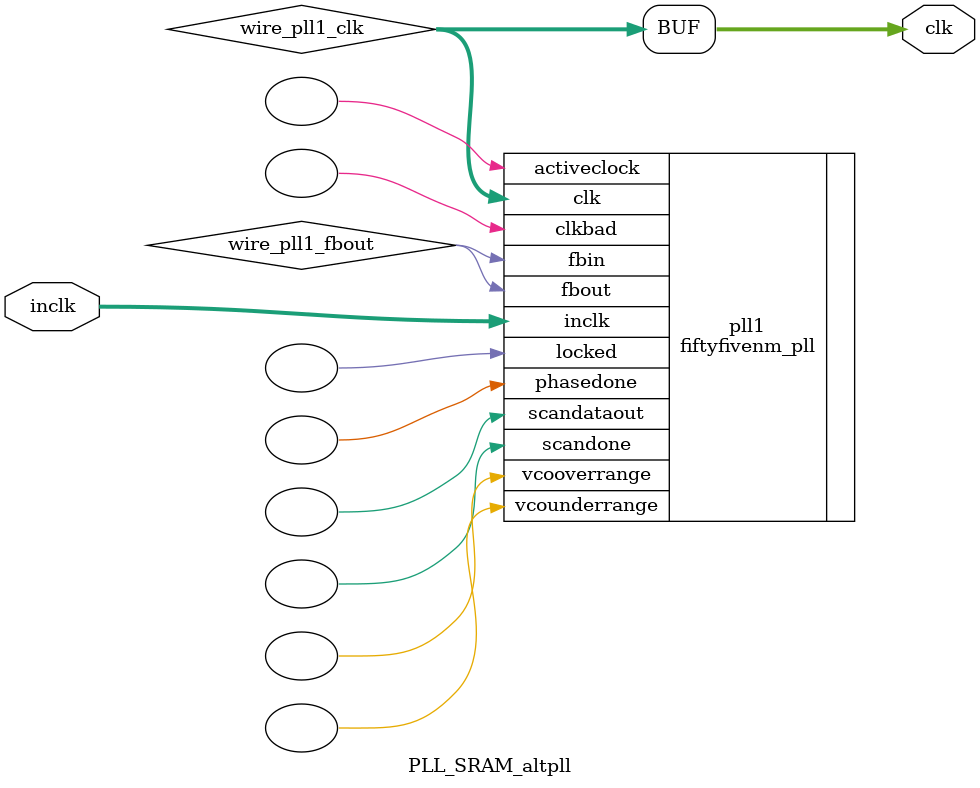
<source format=v>






//synthesis_resources = fiftyfivenm_pll 1 
//synopsys translate_off
`timescale 1 ps / 1 ps
//synopsys translate_on
module  PLL_SRAM_altpll
	( 
	clk,
	inclk) /* synthesis synthesis_clearbox=1 */;
	output   [4:0]  clk;
	input   [1:0]  inclk;
`ifndef ALTERA_RESERVED_QIS
// synopsys translate_off
`endif
	tri0   [1:0]  inclk;
`ifndef ALTERA_RESERVED_QIS
// synopsys translate_on
`endif

	wire  [4:0]   wire_pll1_clk;
	wire  wire_pll1_fbout;

	fiftyfivenm_pll   pll1
	( 
	.activeclock(),
	.clk(wire_pll1_clk),
	.clkbad(),
	.fbin(wire_pll1_fbout),
	.fbout(wire_pll1_fbout),
	.inclk(inclk),
	.locked(),
	.phasedone(),
	.scandataout(),
	.scandone(),
	.vcooverrange(),
	.vcounderrange()
	`ifndef FORMAL_VERIFICATION
	// synopsys translate_off
	`endif
	,
	.areset(1'b0),
	.clkswitch(1'b0),
	.configupdate(1'b0),
	.pfdena(1'b1),
	.phasecounterselect({3{1'b0}}),
	.phasestep(1'b0),
	.phaseupdown(1'b0),
	.scanclk(1'b0),
	.scanclkena(1'b1),
	.scandata(1'b0)
	`ifndef FORMAL_VERIFICATION
	// synopsys translate_on
	`endif
	);
	defparam
		pll1.bandwidth_type = "auto",
		pll1.clk0_divide_by = 3,
		pll1.clk0_duty_cycle = 50,
		pll1.clk0_multiply_by = 6,
		pll1.clk0_phase_shift = "0",
		pll1.clk1_divide_by = 3,
		pll1.clk1_duty_cycle = 50,
		pll1.clk1_multiply_by = 6,
		pll1.clk1_phase_shift = "0",
		pll1.compensate_clock = "clk0",
		pll1.inclk0_input_frequency = 20000,
		pll1.operation_mode = "normal",
		pll1.pll_type = "auto",
		pll1.lpm_type = "fiftyfivenm_pll";
	assign
		clk = {wire_pll1_clk[4:0]};
endmodule //PLL_SRAM_altpll
//VALID FILE

</source>
